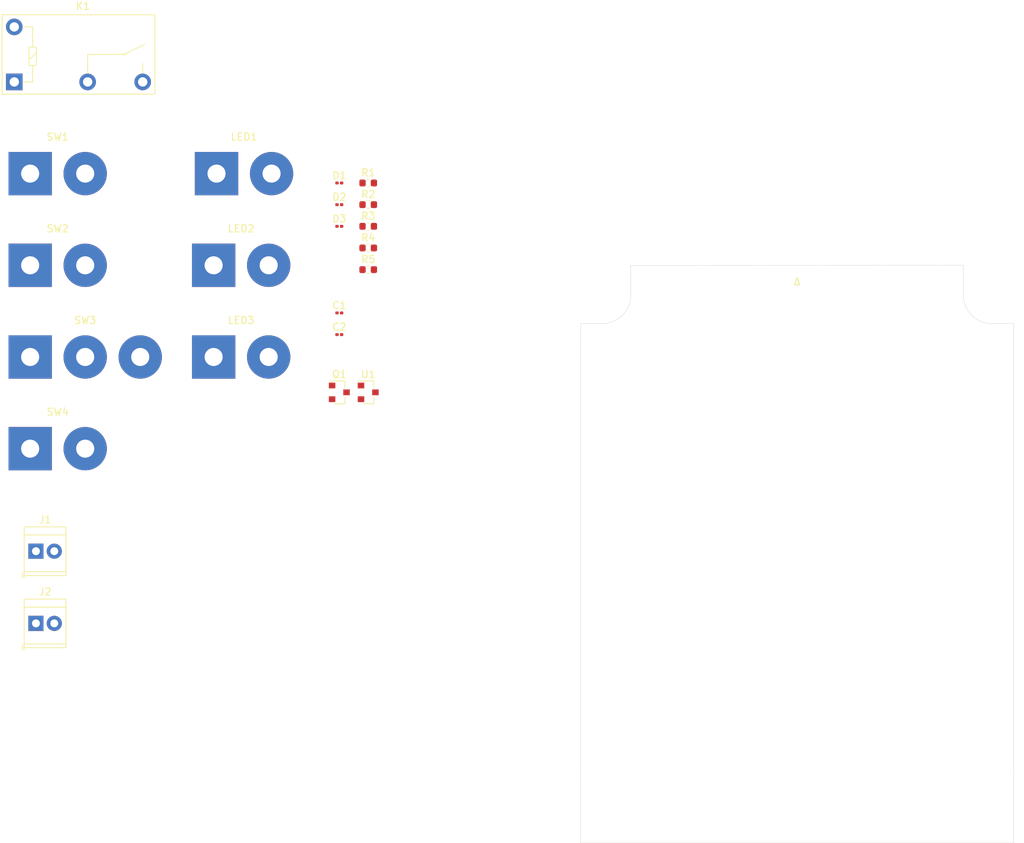
<source format=kicad_pcb>
(kicad_pcb (version 20171130) (host pcbnew "(5.1.4-0)")

  (general
    (thickness 1.6)
    (drawings 12)
    (tracks 0)
    (zones 0)
    (modules 26)
    (nets 16)
  )

  (page USLetter)
  (layers
    (0 F.Cu signal)
    (31 B.Cu signal)
    (32 B.Adhes user hide)
    (33 F.Adhes user hide)
    (34 B.Paste user hide)
    (35 F.Paste user hide)
    (36 B.SilkS user)
    (37 F.SilkS user)
    (38 B.Mask user)
    (39 F.Mask user)
    (40 Dwgs.User user hide)
    (41 Cmts.User user hide)
    (42 Eco1.User user hide)
    (43 Eco2.User user hide)
    (44 Edge.Cuts user)
    (45 Margin user hide)
    (46 B.CrtYd user hide)
    (47 F.CrtYd user hide)
    (48 B.Fab user hide)
    (49 F.Fab user hide)
  )

  (setup
    (last_trace_width 0.25)
    (trace_clearance 0.2)
    (zone_clearance 0.508)
    (zone_45_only no)
    (trace_min 0.2)
    (via_size 0.8)
    (via_drill 0.4)
    (via_min_size 0.4)
    (via_min_drill 0.3)
    (uvia_size 0.3)
    (uvia_drill 0.1)
    (uvias_allowed no)
    (uvia_min_size 0.2)
    (uvia_min_drill 0.1)
    (edge_width 0.05)
    (segment_width 0.2)
    (pcb_text_width 0.3)
    (pcb_text_size 1.5 1.5)
    (mod_edge_width 0.12)
    (mod_text_size 1 1)
    (mod_text_width 0.15)
    (pad_size 1.524 1.524)
    (pad_drill 0.762)
    (pad_to_mask_clearance 0.051)
    (solder_mask_min_width 0.25)
    (aux_axis_origin 0 0)
    (grid_origin 25.4 25.4)
    (visible_elements FFFFF77F)
    (pcbplotparams
      (layerselection 0x010fc_ffffffff)
      (usegerberextensions false)
      (usegerberattributes false)
      (usegerberadvancedattributes false)
      (creategerberjobfile false)
      (excludeedgelayer true)
      (linewidth 0.100000)
      (plotframeref false)
      (viasonmask false)
      (mode 1)
      (useauxorigin false)
      (hpglpennumber 1)
      (hpglpenspeed 20)
      (hpglpendiameter 15.000000)
      (psnegative false)
      (psa4output false)
      (plotreference true)
      (plotvalue true)
      (plotinvisibletext false)
      (padsonsilk false)
      (subtractmaskfromsilk false)
      (outputformat 1)
      (mirror false)
      (drillshape 1)
      (scaleselection 1)
      (outputdirectory ""))
  )

  (net 0 "")
  (net 1 "Net-(C1-Pad1)")
  (net 2 GND)
  (net 3 +5V)
  (net 4 VCC)
  (net 5 ARM)
  (net 6 TEST)
  (net 7 "Net-(Q1-Pad2)")
  (net 8 "Net-(D1-Pad1)")
  (net 9 "Net-(D3-Pad1)")
  (net 10 "Net-(LED1-Pad2)")
  (net 11 "Net-(LED2-Pad2)")
  (net 12 "Net-(LED3-Pad2)")
  (net 13 IGNITER)
  (net 14 "Net-(LED1-Pad1)")
  (net 15 "Net-(R4-Pad2)")

  (net_class Default "This is the default net class."
    (clearance 0.2)
    (trace_width 0.25)
    (via_dia 0.8)
    (via_drill 0.4)
    (uvia_dia 0.3)
    (uvia_drill 0.1)
    (add_net +5V)
    (add_net ARM)
    (add_net GND)
    (add_net IGNITER)
    (add_net "Net-(C1-Pad1)")
    (add_net "Net-(D1-Pad1)")
    (add_net "Net-(D3-Pad1)")
    (add_net "Net-(LED1-Pad1)")
    (add_net "Net-(LED1-Pad2)")
    (add_net "Net-(LED2-Pad2)")
    (add_net "Net-(LED3-Pad2)")
    (add_net "Net-(Q1-Pad2)")
    (add_net "Net-(R4-Pad2)")
    (add_net TEST)
    (add_net VCC)
  )

  (module MountingHole:MountingHole_3.2mm_M3 (layer F.Cu) (tedit 56D1B4CB) (tstamp 622D209C)
    (at 83.312 96.139)
    (descr "Mounting Hole 3.2mm, no annular, M3")
    (tags "mounting hole 3.2mm no annular m3")
    (attr virtual)
    (fp_text reference REF** (at 0 -4.2) (layer F.SilkS) hide
      (effects (font (size 1 1) (thickness 0.15)))
    )
    (fp_text value MountingHole_3.2mm_M3 (at 0 4.2) (layer F.Fab)
      (effects (font (size 1 1) (thickness 0.15)))
    )
    (fp_circle (center 0 0) (end 3.45 0) (layer F.CrtYd) (width 0.05))
    (fp_circle (center 0 0) (end 3.2 0) (layer Cmts.User) (width 0.15))
    (fp_text user %R (at 0.3 0) (layer F.Fab)
      (effects (font (size 1 1) (thickness 0.15)))
    )
    (pad 1 np_thru_hole circle (at 0 0) (size 3.2 3.2) (drill 3.2) (layers *.Cu *.Mask))
  )

  (module MountingHole:MountingHole_3.2mm_M3 (layer F.Cu) (tedit 56D1B4CB) (tstamp 622D2069)
    (at 27.5336 96.139)
    (descr "Mounting Hole 3.2mm, no annular, M3")
    (tags "mounting hole 3.2mm no annular m3")
    (attr virtual)
    (fp_text reference REF** (at 0 -4.2) (layer F.SilkS) hide
      (effects (font (size 1 1) (thickness 0.15)))
    )
    (fp_text value MountingHole_3.2mm_M3 (at 0 4.2) (layer F.Fab)
      (effects (font (size 1 1) (thickness 0.15)))
    )
    (fp_text user %R (at 0.3 0) (layer F.Fab)
      (effects (font (size 1 1) (thickness 0.15)))
    )
    (fp_circle (center 0 0) (end 3.2 0) (layer Cmts.User) (width 0.15))
    (fp_circle (center 0 0) (end 3.45 0) (layer F.CrtYd) (width 0.05))
    (pad 1 np_thru_hole circle (at 0 0) (size 3.2 3.2) (drill 3.2) (layers *.Cu *.Mask))
  )

  (module MountingHole:MountingHole_3.2mm_M3 (layer F.Cu) (tedit 56D1B4CB) (tstamp 622D2012)
    (at 83.312 37.465)
    (descr "Mounting Hole 3.2mm, no annular, M3")
    (tags "mounting hole 3.2mm no annular m3")
    (attr virtual)
    (fp_text reference REF** (at 0 -4.2) (layer F.SilkS) hide
      (effects (font (size 1 1) (thickness 0.15)))
    )
    (fp_text value MountingHole_3.2mm_M3 (at 0 4.2) (layer F.Fab)
      (effects (font (size 1 1) (thickness 0.15)))
    )
    (fp_text user %R (at 0.3 0) (layer F.Fab)
      (effects (font (size 1 1) (thickness 0.15)))
    )
    (fp_circle (center 0 0) (end 3.2 0) (layer Cmts.User) (width 0.15))
    (fp_circle (center 0 0) (end 3.45 0) (layer F.CrtYd) (width 0.05))
    (pad 1 np_thru_hole circle (at 0 0) (size 3.2 3.2) (drill 3.2) (layers *.Cu *.Mask))
  )

  (module MountingHole:MountingHole_3.2mm_M3 (layer F.Cu) (tedit 56D1B4CB) (tstamp 622D1FF8)
    (at 27.432 37.465)
    (descr "Mounting Hole 3.2mm, no annular, M3")
    (tags "mounting hole 3.2mm no annular m3")
    (attr virtual)
    (fp_text reference REF** (at 0 -4.2) (layer F.SilkS) hide
      (effects (font (size 1 1) (thickness 0.15)))
    )
    (fp_text value MountingHole_3.2mm_M3 (at 0 4.2) (layer F.Fab)
      (effects (font (size 1 1) (thickness 0.15)))
    )
    (fp_circle (center 0 0) (end 3.45 0) (layer F.CrtYd) (width 0.05))
    (fp_circle (center 0 0) (end 3.2 0) (layer Cmts.User) (width 0.15))
    (fp_text user %R (at 0.3 0) (layer F.Fab)
      (effects (font (size 1 1) (thickness 0.15)))
    )
    (pad 1 np_thru_hole circle (at 0 0) (size 3.2 3.2) (drill 3.2) (layers *.Cu *.Mask))
  )

  (module Connector_Wire:SolderWirePad_1x02_P7.62mm_Drill2.5mm (layer F.Cu) (tedit 5AEE5F2F) (tstamp 622B54E2)
    (at -50.8 50.8)
    (descr "Wire solder connection")
    (tags connector)
    (path /62375845)
    (attr virtual)
    (fp_text reference SW4 (at 3.81 -5.08) (layer F.SilkS)
      (effects (font (size 1 1) (thickness 0.15)))
    )
    (fp_text value SW_SPST (at 3.81 4.445) (layer F.Fab)
      (effects (font (size 1 1) (thickness 0.15)))
    )
    (fp_line (start 11.12 3.5) (end -3.5 3.5) (layer F.CrtYd) (width 0.05))
    (fp_line (start 11.12 3.5) (end 11.12 -3.5) (layer F.CrtYd) (width 0.05))
    (fp_line (start -3.5 -3.5) (end -3.5 3.5) (layer F.CrtYd) (width 0.05))
    (fp_line (start -3.5 -3.5) (end 11.12 -3.5) (layer F.CrtYd) (width 0.05))
    (fp_text user %R (at 3.81 0) (layer F.Fab)
      (effects (font (size 1 1) (thickness 0.15)))
    )
    (pad 2 thru_hole circle (at 7.62 0) (size 5.99948 5.99948) (drill 2.49936) (layers *.Cu *.Mask)
      (net 9 "Net-(D3-Pad1)"))
    (pad 1 thru_hole rect (at 0 0) (size 5.99948 5.99948) (drill 2.49936) (layers *.Cu *.Mask)
      (net 5 ARM))
  )

  (module Capacitor_SMD:C_0201_0603Metric (layer F.Cu) (tedit 5B301BBE) (tstamp 622B5723)
    (at -8 20)
    (descr "Capacitor SMD 0201 (0603 Metric), square (rectangular) end terminal, IPC_7351 nominal, (Body size source: https://www.vishay.com/docs/20052/crcw0201e3.pdf), generated with kicad-footprint-generator")
    (tags capacitor)
    (path /6235F1D7)
    (attr smd)
    (fp_text reference D3 (at 0 -1.05) (layer F.SilkS)
      (effects (font (size 1 1) (thickness 0.15)))
    )
    (fp_text value 1N4007 (at 0 1.05) (layer F.Fab)
      (effects (font (size 1 1) (thickness 0.15)))
    )
    (fp_text user %R (at 0 -0.68) (layer F.Fab)
      (effects (font (size 0.25 0.25) (thickness 0.04)))
    )
    (fp_line (start 0.7 0.35) (end -0.7 0.35) (layer F.CrtYd) (width 0.05))
    (fp_line (start 0.7 -0.35) (end 0.7 0.35) (layer F.CrtYd) (width 0.05))
    (fp_line (start -0.7 -0.35) (end 0.7 -0.35) (layer F.CrtYd) (width 0.05))
    (fp_line (start -0.7 0.35) (end -0.7 -0.35) (layer F.CrtYd) (width 0.05))
    (fp_line (start 0.3 0.15) (end -0.3 0.15) (layer F.Fab) (width 0.1))
    (fp_line (start 0.3 -0.15) (end 0.3 0.15) (layer F.Fab) (width 0.1))
    (fp_line (start -0.3 -0.15) (end 0.3 -0.15) (layer F.Fab) (width 0.1))
    (fp_line (start -0.3 0.15) (end -0.3 -0.15) (layer F.Fab) (width 0.1))
    (pad 2 smd roundrect (at 0.32 0) (size 0.46 0.4) (layers F.Cu F.Mask) (roundrect_rratio 0.25)
      (net 2 GND))
    (pad 1 smd roundrect (at -0.32 0) (size 0.46 0.4) (layers F.Cu F.Mask) (roundrect_rratio 0.25)
      (net 9 "Net-(D3-Pad1)"))
    (pad "" smd roundrect (at 0.345 0) (size 0.318 0.36) (layers F.Paste) (roundrect_rratio 0.25))
    (pad "" smd roundrect (at -0.345 0) (size 0.318 0.36) (layers F.Paste) (roundrect_rratio 0.25))
    (model ${KISYS3DMOD}/Capacitor_SMD.3dshapes/C_0201_0603Metric.wrl
      (at (xyz 0 0 0))
      (scale (xyz 1 1 1))
      (rotate (xyz 0 0 0))
    )
  )

  (module Capacitor_SMD:C_0201_0603Metric (layer F.Cu) (tedit 5B301BBE) (tstamp 622AC19A)
    (at -8 32)
    (descr "Capacitor SMD 0201 (0603 Metric), square (rectangular) end terminal, IPC_7351 nominal, (Body size source: https://www.vishay.com/docs/20052/crcw0201e3.pdf), generated with kicad-footprint-generator")
    (tags capacitor)
    (path /622AF1FD)
    (attr smd)
    (fp_text reference C1 (at 0 -1.05) (layer F.SilkS)
      (effects (font (size 1 1) (thickness 0.15)))
    )
    (fp_text value 0.33µF (at 0 1.05) (layer F.Fab)
      (effects (font (size 1 1) (thickness 0.15)))
    )
    (fp_text user %R (at 0 -0.68) (layer F.Fab)
      (effects (font (size 0.25 0.25) (thickness 0.04)))
    )
    (fp_line (start 0.7 0.35) (end -0.7 0.35) (layer F.CrtYd) (width 0.05))
    (fp_line (start 0.7 -0.35) (end 0.7 0.35) (layer F.CrtYd) (width 0.05))
    (fp_line (start -0.7 -0.35) (end 0.7 -0.35) (layer F.CrtYd) (width 0.05))
    (fp_line (start -0.7 0.35) (end -0.7 -0.35) (layer F.CrtYd) (width 0.05))
    (fp_line (start 0.3 0.15) (end -0.3 0.15) (layer F.Fab) (width 0.1))
    (fp_line (start 0.3 -0.15) (end 0.3 0.15) (layer F.Fab) (width 0.1))
    (fp_line (start -0.3 -0.15) (end 0.3 -0.15) (layer F.Fab) (width 0.1))
    (fp_line (start -0.3 0.15) (end -0.3 -0.15) (layer F.Fab) (width 0.1))
    (pad 2 smd roundrect (at 0.32 0) (size 0.46 0.4) (layers F.Cu F.Mask) (roundrect_rratio 0.25)
      (net 2 GND))
    (pad 1 smd roundrect (at -0.32 0) (size 0.46 0.4) (layers F.Cu F.Mask) (roundrect_rratio 0.25)
      (net 1 "Net-(C1-Pad1)"))
    (pad "" smd roundrect (at 0.345 0) (size 0.318 0.36) (layers F.Paste) (roundrect_rratio 0.25))
    (pad "" smd roundrect (at -0.345 0) (size 0.318 0.36) (layers F.Paste) (roundrect_rratio 0.25))
    (model ${KISYS3DMOD}/Capacitor_SMD.3dshapes/C_0201_0603Metric.wrl
      (at (xyz 0 0 0))
      (scale (xyz 1 1 1))
      (rotate (xyz 0 0 0))
    )
  )

  (module Capacitor_SMD:C_0201_0603Metric (layer F.Cu) (tedit 5B301BBE) (tstamp 622AC1AB)
    (at -8 35)
    (descr "Capacitor SMD 0201 (0603 Metric), square (rectangular) end terminal, IPC_7351 nominal, (Body size source: https://www.vishay.com/docs/20052/crcw0201e3.pdf), generated with kicad-footprint-generator")
    (tags capacitor)
    (path /622B0AFB)
    (attr smd)
    (fp_text reference C2 (at 0 -1.05) (layer F.SilkS)
      (effects (font (size 1 1) (thickness 0.15)))
    )
    (fp_text value 0.1µF (at 0 1.05) (layer F.Fab)
      (effects (font (size 1 1) (thickness 0.15)))
    )
    (fp_line (start -0.3 0.15) (end -0.3 -0.15) (layer F.Fab) (width 0.1))
    (fp_line (start -0.3 -0.15) (end 0.3 -0.15) (layer F.Fab) (width 0.1))
    (fp_line (start 0.3 -0.15) (end 0.3 0.15) (layer F.Fab) (width 0.1))
    (fp_line (start 0.3 0.15) (end -0.3 0.15) (layer F.Fab) (width 0.1))
    (fp_line (start -0.7 0.35) (end -0.7 -0.35) (layer F.CrtYd) (width 0.05))
    (fp_line (start -0.7 -0.35) (end 0.7 -0.35) (layer F.CrtYd) (width 0.05))
    (fp_line (start 0.7 -0.35) (end 0.7 0.35) (layer F.CrtYd) (width 0.05))
    (fp_line (start 0.7 0.35) (end -0.7 0.35) (layer F.CrtYd) (width 0.05))
    (fp_text user %R (at 0 -0.68) (layer F.Fab)
      (effects (font (size 0.25 0.25) (thickness 0.04)))
    )
    (pad "" smd roundrect (at -0.345 0) (size 0.318 0.36) (layers F.Paste) (roundrect_rratio 0.25))
    (pad "" smd roundrect (at 0.345 0) (size 0.318 0.36) (layers F.Paste) (roundrect_rratio 0.25))
    (pad 1 smd roundrect (at -0.32 0) (size 0.46 0.4) (layers F.Cu F.Mask) (roundrect_rratio 0.25)
      (net 3 +5V))
    (pad 2 smd roundrect (at 0.32 0) (size 0.46 0.4) (layers F.Cu F.Mask) (roundrect_rratio 0.25)
      (net 2 GND))
    (model ${KISYS3DMOD}/Capacitor_SMD.3dshapes/C_0201_0603Metric.wrl
      (at (xyz 0 0 0))
      (scale (xyz 1 1 1))
      (rotate (xyz 0 0 0))
    )
  )

  (module Capacitor_SMD:C_0201_0603Metric (layer F.Cu) (tedit 5B301BBE) (tstamp 622AC1C7)
    (at -8 17)
    (descr "Capacitor SMD 0201 (0603 Metric), square (rectangular) end terminal, IPC_7351 nominal, (Body size source: https://www.vishay.com/docs/20052/crcw0201e3.pdf), generated with kicad-footprint-generator")
    (tags capacitor)
    (path /622BF5F7)
    (attr smd)
    (fp_text reference D2 (at 0 -1.05) (layer F.SilkS)
      (effects (font (size 1 1) (thickness 0.15)))
    )
    (fp_text value 1N4007 (at 0 1.05) (layer F.Fab)
      (effects (font (size 1 1) (thickness 0.15)))
    )
    (fp_line (start -0.3 0.15) (end -0.3 -0.15) (layer F.Fab) (width 0.1))
    (fp_line (start -0.3 -0.15) (end 0.3 -0.15) (layer F.Fab) (width 0.1))
    (fp_line (start 0.3 -0.15) (end 0.3 0.15) (layer F.Fab) (width 0.1))
    (fp_line (start 0.3 0.15) (end -0.3 0.15) (layer F.Fab) (width 0.1))
    (fp_line (start -0.7 0.35) (end -0.7 -0.35) (layer F.CrtYd) (width 0.05))
    (fp_line (start -0.7 -0.35) (end 0.7 -0.35) (layer F.CrtYd) (width 0.05))
    (fp_line (start 0.7 -0.35) (end 0.7 0.35) (layer F.CrtYd) (width 0.05))
    (fp_line (start 0.7 0.35) (end -0.7 0.35) (layer F.CrtYd) (width 0.05))
    (fp_text user %R (at 0 -0.68) (layer F.Fab)
      (effects (font (size 0.25 0.25) (thickness 0.04)))
    )
    (pad "" smd roundrect (at -0.345 0) (size 0.318 0.36) (layers F.Paste) (roundrect_rratio 0.25))
    (pad "" smd roundrect (at 0.345 0) (size 0.318 0.36) (layers F.Paste) (roundrect_rratio 0.25))
    (pad 1 smd roundrect (at -0.32 0) (size 0.46 0.4) (layers F.Cu F.Mask) (roundrect_rratio 0.25)
      (net 6 TEST))
    (pad 2 smd roundrect (at 0.32 0) (size 0.46 0.4) (layers F.Cu F.Mask) (roundrect_rratio 0.25)
      (net 5 ARM))
    (model ${KISYS3DMOD}/Capacitor_SMD.3dshapes/C_0201_0603Metric.wrl
      (at (xyz 0 0 0))
      (scale (xyz 1 1 1))
      (rotate (xyz 0 0 0))
    )
  )

  (module TerminalBlock_TE-Connectivity:TerminalBlock_TE_282834-2_1x02_P2.54mm_Horizontal (layer F.Cu) (tedit 5B1EC513) (tstamp 622AC223)
    (at -50 75)
    (descr "Terminal Block TE 282834-2, 2 pins, pitch 2.54mm, size 5.54x6.5mm^2, drill diamater 1.1mm, pad diameter 2.1mm, see http://www.te.com/commerce/DocumentDelivery/DDEController?Action=showdoc&DocId=Customer+Drawing%7F282834%7FC1%7Fpdf%7FEnglish%7FENG_CD_282834_C1.pdf, script-generated using https://github.com/pointhi/kicad-footprint-generator/scripts/TerminalBlock_TE-Connectivity")
    (tags "THT Terminal Block TE 282834-2 pitch 2.54mm size 5.54x6.5mm^2 drill 1.1mm pad 2.1mm")
    (path /622AAC2C)
    (fp_text reference J2 (at 1.27 -4.37) (layer F.SilkS)
      (effects (font (size 1 1) (thickness 0.15)))
    )
    (fp_text value Screw_Terminal_01x02 (at 1.27 4.37) (layer F.Fab)
      (effects (font (size 1 1) (thickness 0.15)))
    )
    (fp_circle (center 0 0) (end 1.1 0) (layer F.Fab) (width 0.1))
    (fp_circle (center 2.54 0) (end 3.64 0) (layer F.Fab) (width 0.1))
    (fp_line (start -1.5 -3.25) (end 4.04 -3.25) (layer F.Fab) (width 0.1))
    (fp_line (start 4.04 -3.25) (end 4.04 3.25) (layer F.Fab) (width 0.1))
    (fp_line (start 4.04 3.25) (end -1.1 3.25) (layer F.Fab) (width 0.1))
    (fp_line (start -1.1 3.25) (end -1.5 2.85) (layer F.Fab) (width 0.1))
    (fp_line (start -1.5 2.85) (end -1.5 -3.25) (layer F.Fab) (width 0.1))
    (fp_line (start -1.5 2.85) (end 4.04 2.85) (layer F.Fab) (width 0.1))
    (fp_line (start -1.62 2.85) (end 4.16 2.85) (layer F.SilkS) (width 0.12))
    (fp_line (start -1.5 -2.25) (end 4.04 -2.25) (layer F.Fab) (width 0.1))
    (fp_line (start -1.62 -2.25) (end 4.16 -2.25) (layer F.SilkS) (width 0.12))
    (fp_line (start -1.62 -3.37) (end 4.16 -3.37) (layer F.SilkS) (width 0.12))
    (fp_line (start -1.62 3.37) (end 4.16 3.37) (layer F.SilkS) (width 0.12))
    (fp_line (start -1.62 -3.37) (end -1.62 3.37) (layer F.SilkS) (width 0.12))
    (fp_line (start 4.16 -3.37) (end 4.16 3.37) (layer F.SilkS) (width 0.12))
    (fp_line (start 0.835 -0.7) (end -0.701 0.835) (layer F.Fab) (width 0.1))
    (fp_line (start 0.701 -0.835) (end -0.835 0.7) (layer F.Fab) (width 0.1))
    (fp_line (start 3.375 -0.7) (end 1.84 0.835) (layer F.Fab) (width 0.1))
    (fp_line (start 3.241 -0.835) (end 1.706 0.7) (layer F.Fab) (width 0.1))
    (fp_line (start -1.86 2.97) (end -1.86 3.61) (layer F.SilkS) (width 0.12))
    (fp_line (start -1.86 3.61) (end -1.46 3.61) (layer F.SilkS) (width 0.12))
    (fp_line (start -2 -3.75) (end -2 3.75) (layer F.CrtYd) (width 0.05))
    (fp_line (start -2 3.75) (end 4.54 3.75) (layer F.CrtYd) (width 0.05))
    (fp_line (start 4.54 3.75) (end 4.54 -3.75) (layer F.CrtYd) (width 0.05))
    (fp_line (start 4.54 -3.75) (end -2 -3.75) (layer F.CrtYd) (width 0.05))
    (fp_text user %R (at 1.27 2) (layer F.Fab)
      (effects (font (size 1 1) (thickness 0.15)))
    )
    (pad 1 thru_hole rect (at 0 0) (size 2.1 2.1) (drill 1.1) (layers *.Cu *.Mask)
      (net 2 GND))
    (pad 2 thru_hole circle (at 2.54 0) (size 2.1 2.1) (drill 1.1) (layers *.Cu *.Mask)
      (net 4 VCC))
    (model ${KISYS3DMOD}/TerminalBlock_TE-Connectivity.3dshapes/TerminalBlock_TE_282834-2_1x02_P2.54mm_Horizontal.wrl
      (at (xyz 0 0 0))
      (scale (xyz 1 1 1))
      (rotate (xyz 0 0 0))
    )
  )

  (module TerminalBlock_TE-Connectivity:TerminalBlock_TE_282834-2_1x02_P2.54mm_Horizontal (layer F.Cu) (tedit 5B1EC513) (tstamp 622AC243)
    (at -50 65)
    (descr "Terminal Block TE 282834-2, 2 pins, pitch 2.54mm, size 5.54x6.5mm^2, drill diamater 1.1mm, pad diameter 2.1mm, see http://www.te.com/commerce/DocumentDelivery/DDEController?Action=showdoc&DocId=Customer+Drawing%7F282834%7FC1%7Fpdf%7FEnglish%7FENG_CD_282834_C1.pdf, script-generated using https://github.com/pointhi/kicad-footprint-generator/scripts/TerminalBlock_TE-Connectivity")
    (tags "THT Terminal Block TE 282834-2 pitch 2.54mm size 5.54x6.5mm^2 drill 1.1mm pad 2.1mm")
    (path /623304B2)
    (fp_text reference J1 (at 1.27 -4.37) (layer F.SilkS)
      (effects (font (size 1 1) (thickness 0.15)))
    )
    (fp_text value Screw_Terminal_01x02 (at 1.27 4.37) (layer F.Fab)
      (effects (font (size 1 1) (thickness 0.15)))
    )
    (fp_text user %R (at 1.27 2) (layer F.Fab)
      (effects (font (size 1 1) (thickness 0.15)))
    )
    (fp_line (start 4.54 -3.75) (end -2 -3.75) (layer F.CrtYd) (width 0.05))
    (fp_line (start 4.54 3.75) (end 4.54 -3.75) (layer F.CrtYd) (width 0.05))
    (fp_line (start -2 3.75) (end 4.54 3.75) (layer F.CrtYd) (width 0.05))
    (fp_line (start -2 -3.75) (end -2 3.75) (layer F.CrtYd) (width 0.05))
    (fp_line (start -1.86 3.61) (end -1.46 3.61) (layer F.SilkS) (width 0.12))
    (fp_line (start -1.86 2.97) (end -1.86 3.61) (layer F.SilkS) (width 0.12))
    (fp_line (start 3.241 -0.835) (end 1.706 0.7) (layer F.Fab) (width 0.1))
    (fp_line (start 3.375 -0.7) (end 1.84 0.835) (layer F.Fab) (width 0.1))
    (fp_line (start 0.701 -0.835) (end -0.835 0.7) (layer F.Fab) (width 0.1))
    (fp_line (start 0.835 -0.7) (end -0.701 0.835) (layer F.Fab) (width 0.1))
    (fp_line (start 4.16 -3.37) (end 4.16 3.37) (layer F.SilkS) (width 0.12))
    (fp_line (start -1.62 -3.37) (end -1.62 3.37) (layer F.SilkS) (width 0.12))
    (fp_line (start -1.62 3.37) (end 4.16 3.37) (layer F.SilkS) (width 0.12))
    (fp_line (start -1.62 -3.37) (end 4.16 -3.37) (layer F.SilkS) (width 0.12))
    (fp_line (start -1.62 -2.25) (end 4.16 -2.25) (layer F.SilkS) (width 0.12))
    (fp_line (start -1.5 -2.25) (end 4.04 -2.25) (layer F.Fab) (width 0.1))
    (fp_line (start -1.62 2.85) (end 4.16 2.85) (layer F.SilkS) (width 0.12))
    (fp_line (start -1.5 2.85) (end 4.04 2.85) (layer F.Fab) (width 0.1))
    (fp_line (start -1.5 2.85) (end -1.5 -3.25) (layer F.Fab) (width 0.1))
    (fp_line (start -1.1 3.25) (end -1.5 2.85) (layer F.Fab) (width 0.1))
    (fp_line (start 4.04 3.25) (end -1.1 3.25) (layer F.Fab) (width 0.1))
    (fp_line (start 4.04 -3.25) (end 4.04 3.25) (layer F.Fab) (width 0.1))
    (fp_line (start -1.5 -3.25) (end 4.04 -3.25) (layer F.Fab) (width 0.1))
    (fp_circle (center 2.54 0) (end 3.64 0) (layer F.Fab) (width 0.1))
    (fp_circle (center 0 0) (end 1.1 0) (layer F.Fab) (width 0.1))
    (pad 2 thru_hole circle (at 2.54 0) (size 2.1 2.1) (drill 1.1) (layers *.Cu *.Mask)
      (net 13 IGNITER))
    (pad 1 thru_hole rect (at 0 0) (size 2.1 2.1) (drill 1.1) (layers *.Cu *.Mask)
      (net 4 VCC))
    (model ${KISYS3DMOD}/TerminalBlock_TE-Connectivity.3dshapes/TerminalBlock_TE_282834-2_1x02_P2.54mm_Horizontal.wrl
      (at (xyz 0 0 0))
      (scale (xyz 1 1 1))
      (rotate (xyz 0 0 0))
    )
  )

  (module Relay_THT:Relay_SPST_Omron-G5Q-1A (layer F.Cu) (tedit 5AE38B4B) (tstamp 622AC269)
    (at -53 0)
    (descr "Relay SPST-NO Omron Serie G5Q, http://omronfs.omron.com/en_US/ecb/products/pdf/en-g5q.pdf")
    (tags "Relay SPST-NO Omron Serie G5Q")
    (path /62318E7C)
    (fp_text reference K1 (at 9.5 -10.5 180) (layer F.SilkS)
      (effects (font (size 1 1) (thickness 0.15)))
    )
    (fp_text value G5Q-1A (at 8.8 3 180) (layer F.Fab)
      (effects (font (size 1 1) (thickness 0.15)))
    )
    (fp_text user %R (at 9.6 -4.5) (layer F.Fab)
      (effects (font (size 1 1) (thickness 0.15)))
    )
    (fp_line (start 0 -1) (end 0 -6.5) (layer F.Fab) (width 0.1))
    (fp_line (start 18.96 -8.81) (end 18.96 1.19) (layer F.Fab) (width 0.1))
    (fp_line (start 18.96 1.19) (end -1.18 1.19) (layer F.Fab) (width 0.1))
    (fp_line (start -1.18 1.19) (end -1.18 -8.81) (layer F.Fab) (width 0.1))
    (fp_line (start -1.18 -8.81) (end 18.96 -8.81) (layer F.Fab) (width 0.1))
    (fp_line (start -1.95 -9.55) (end 19.7 -9.55) (layer F.CrtYd) (width 0.05))
    (fp_line (start 19.7 -9.55) (end 19.7 1.95) (layer F.CrtYd) (width 0.05))
    (fp_line (start 19.7 1.95) (end -1.95 1.95) (layer F.CrtYd) (width 0.05))
    (fp_line (start -1.95 1.95) (end -1.95 -9.55) (layer F.CrtYd) (width 0.05))
    (fp_line (start 15.24 -3.81) (end 18.03 -5.21) (layer F.SilkS) (width 0.12))
    (fp_line (start 17.78 -1.27) (end 17.78 -2.54) (layer F.SilkS) (width 0.12))
    (fp_line (start 10.16 -1.27) (end 10.16 -3.81) (layer F.SilkS) (width 0.12))
    (fp_line (start 10.16 -3.81) (end 15.24 -3.81) (layer F.SilkS) (width 0.12))
    (fp_line (start 2.03 -3.05) (end 3.05 -4.06) (layer F.SilkS) (width 0.12))
    (fp_line (start 2.54 -7.62) (end 1.27 -7.62) (layer F.SilkS) (width 0.12))
    (fp_line (start 2.54 -4.83) (end 2.54 -7.62) (layer F.SilkS) (width 0.12))
    (fp_line (start 2.54 0) (end 2.54 -2.29) (layer F.SilkS) (width 0.12))
    (fp_line (start 1.27 0) (end 2.54 0) (layer F.SilkS) (width 0.12))
    (fp_line (start 2.54 -2.29) (end 2.03 -2.29) (layer F.SilkS) (width 0.12))
    (fp_line (start 2.03 -2.29) (end 2.03 -4.83) (layer F.SilkS) (width 0.12))
    (fp_line (start 2.03 -4.83) (end 2.54 -4.83) (layer F.SilkS) (width 0.12))
    (fp_line (start 2.54 -4.83) (end 3.05 -4.83) (layer F.SilkS) (width 0.12))
    (fp_line (start 3.05 -4.83) (end 3.05 -2.29) (layer F.SilkS) (width 0.12))
    (fp_line (start 3.05 -2.29) (end 2.54 -2.29) (layer F.SilkS) (width 0.12))
    (fp_line (start -1.68 1.69) (end 19.46 1.69) (layer F.SilkS) (width 0.12))
    (fp_line (start 19.46 1.69) (end 19.46 -9.31) (layer F.SilkS) (width 0.12))
    (fp_line (start -1.68 1.69) (end -1.68 -9.31) (layer F.SilkS) (width 0.12))
    (fp_line (start -1.68 -9.31) (end 19.46 -9.31) (layer F.SilkS) (width 0.12))
    (fp_circle (center 15.24 -3.81) (end 15.24 -3.68) (layer F.SilkS) (width 0.12))
    (pad 1 thru_hole rect (at 0 0 180) (size 2.3 2.3) (drill 1.3) (layers *.Cu *.Mask)
      (net 2 GND))
    (pad 2 thru_hole circle (at 10.16 0 180) (size 2.3 2.3) (drill 1.3) (layers *.Cu *.Mask)
      (net 2 GND))
    (pad 3 thru_hole circle (at 17.78 0 180) (size 2.3 2.3) (drill 1.3) (layers *.Cu *.Mask)
      (net 13 IGNITER))
    (pad 5 thru_hole circle (at 0 -7.62 180) (size 2.3 2.3) (drill 1.3) (layers *.Cu *.Mask)
      (net 9 "Net-(D3-Pad1)"))
    (model ${KISYS3DMOD}/Relay_THT.3dshapes/Relay_SPST_Omron-G5Q-1A.wrl
      (at (xyz 0 0 0))
      (scale (xyz 1 1 1))
      (rotate (xyz 0 0 0))
    )
  )

  (module Package_TO_SOT_SMD:SOT-23 (layer F.Cu) (tedit 5A02FF57) (tstamp 622AC27E)
    (at -8 43)
    (descr "SOT-23, Standard")
    (tags SOT-23)
    (path /622D800F)
    (attr smd)
    (fp_text reference Q1 (at 0 -2.5) (layer F.SilkS)
      (effects (font (size 1 1) (thickness 0.15)))
    )
    (fp_text value BS170 (at 0 2.5) (layer F.Fab)
      (effects (font (size 1 1) (thickness 0.15)))
    )
    (fp_line (start 0.76 1.58) (end -0.7 1.58) (layer F.SilkS) (width 0.12))
    (fp_line (start 0.76 -1.58) (end -1.4 -1.58) (layer F.SilkS) (width 0.12))
    (fp_line (start -1.7 1.75) (end -1.7 -1.75) (layer F.CrtYd) (width 0.05))
    (fp_line (start 1.7 1.75) (end -1.7 1.75) (layer F.CrtYd) (width 0.05))
    (fp_line (start 1.7 -1.75) (end 1.7 1.75) (layer F.CrtYd) (width 0.05))
    (fp_line (start -1.7 -1.75) (end 1.7 -1.75) (layer F.CrtYd) (width 0.05))
    (fp_line (start 0.76 -1.58) (end 0.76 -0.65) (layer F.SilkS) (width 0.12))
    (fp_line (start 0.76 1.58) (end 0.76 0.65) (layer F.SilkS) (width 0.12))
    (fp_line (start -0.7 1.52) (end 0.7 1.52) (layer F.Fab) (width 0.1))
    (fp_line (start 0.7 -1.52) (end 0.7 1.52) (layer F.Fab) (width 0.1))
    (fp_line (start -0.7 -0.95) (end -0.15 -1.52) (layer F.Fab) (width 0.1))
    (fp_line (start -0.15 -1.52) (end 0.7 -1.52) (layer F.Fab) (width 0.1))
    (fp_line (start -0.7 -0.95) (end -0.7 1.5) (layer F.Fab) (width 0.1))
    (fp_text user %R (at 0 0 90) (layer F.Fab)
      (effects (font (size 0.5 0.5) (thickness 0.075)))
    )
    (pad 3 smd rect (at 1 0) (size 0.9 0.8) (layers F.Cu F.Paste F.Mask)
      (net 2 GND))
    (pad 2 smd rect (at -1 0.95) (size 0.9 0.8) (layers F.Cu F.Paste F.Mask)
      (net 7 "Net-(Q1-Pad2)"))
    (pad 1 smd rect (at -1 -0.95) (size 0.9 0.8) (layers F.Cu F.Paste F.Mask)
      (net 14 "Net-(LED1-Pad1)"))
    (model ${KISYS3DMOD}/Package_TO_SOT_SMD.3dshapes/SOT-23.wrl
      (at (xyz 0 0 0))
      (scale (xyz 1 1 1))
      (rotate (xyz 0 0 0))
    )
  )

  (module Resistor_SMD:R_0603_1608Metric (layer F.Cu) (tedit 5B301BBD) (tstamp 622AC28F)
    (at -4 17)
    (descr "Resistor SMD 0603 (1608 Metric), square (rectangular) end terminal, IPC_7351 nominal, (Body size source: http://www.tortai-tech.com/upload/download/2011102023233369053.pdf), generated with kicad-footprint-generator")
    (tags resistor)
    (path /622B44DC)
    (attr smd)
    (fp_text reference R2 (at 0 -1.43) (layer F.SilkS)
      (effects (font (size 1 1) (thickness 0.15)))
    )
    (fp_text value 220Ω (at 0 1.43) (layer F.Fab)
      (effects (font (size 1 1) (thickness 0.15)))
    )
    (fp_line (start -0.8 0.4) (end -0.8 -0.4) (layer F.Fab) (width 0.1))
    (fp_line (start -0.8 -0.4) (end 0.8 -0.4) (layer F.Fab) (width 0.1))
    (fp_line (start 0.8 -0.4) (end 0.8 0.4) (layer F.Fab) (width 0.1))
    (fp_line (start 0.8 0.4) (end -0.8 0.4) (layer F.Fab) (width 0.1))
    (fp_line (start -0.162779 -0.51) (end 0.162779 -0.51) (layer F.SilkS) (width 0.12))
    (fp_line (start -0.162779 0.51) (end 0.162779 0.51) (layer F.SilkS) (width 0.12))
    (fp_line (start -1.48 0.73) (end -1.48 -0.73) (layer F.CrtYd) (width 0.05))
    (fp_line (start -1.48 -0.73) (end 1.48 -0.73) (layer F.CrtYd) (width 0.05))
    (fp_line (start 1.48 -0.73) (end 1.48 0.73) (layer F.CrtYd) (width 0.05))
    (fp_line (start 1.48 0.73) (end -1.48 0.73) (layer F.CrtYd) (width 0.05))
    (fp_text user %R (at 0 0) (layer F.Fab)
      (effects (font (size 0.4 0.4) (thickness 0.06)))
    )
    (pad 1 smd roundrect (at -0.7875 0) (size 0.875 0.95) (layers F.Cu F.Paste F.Mask) (roundrect_rratio 0.25)
      (net 3 +5V))
    (pad 2 smd roundrect (at 0.7875 0) (size 0.875 0.95) (layers F.Cu F.Paste F.Mask) (roundrect_rratio 0.25)
      (net 11 "Net-(LED2-Pad2)"))
    (model ${KISYS3DMOD}/Resistor_SMD.3dshapes/R_0603_1608Metric.wrl
      (at (xyz 0 0 0))
      (scale (xyz 1 1 1))
      (rotate (xyz 0 0 0))
    )
  )

  (module Resistor_SMD:R_0603_1608Metric (layer F.Cu) (tedit 5B301BBD) (tstamp 622AC2A0)
    (at -4 14)
    (descr "Resistor SMD 0603 (1608 Metric), square (rectangular) end terminal, IPC_7351 nominal, (Body size source: http://www.tortai-tech.com/upload/download/2011102023233369053.pdf), generated with kicad-footprint-generator")
    (tags resistor)
    (path /622D6124)
    (attr smd)
    (fp_text reference R1 (at 0 -1.43) (layer F.SilkS)
      (effects (font (size 1 1) (thickness 0.15)))
    )
    (fp_text value 220Ω (at 0 1.43) (layer F.Fab)
      (effects (font (size 1 1) (thickness 0.15)))
    )
    (fp_text user %R (at 0 0) (layer F.Fab)
      (effects (font (size 0.4 0.4) (thickness 0.06)))
    )
    (fp_line (start 1.48 0.73) (end -1.48 0.73) (layer F.CrtYd) (width 0.05))
    (fp_line (start 1.48 -0.73) (end 1.48 0.73) (layer F.CrtYd) (width 0.05))
    (fp_line (start -1.48 -0.73) (end 1.48 -0.73) (layer F.CrtYd) (width 0.05))
    (fp_line (start -1.48 0.73) (end -1.48 -0.73) (layer F.CrtYd) (width 0.05))
    (fp_line (start -0.162779 0.51) (end 0.162779 0.51) (layer F.SilkS) (width 0.12))
    (fp_line (start -0.162779 -0.51) (end 0.162779 -0.51) (layer F.SilkS) (width 0.12))
    (fp_line (start 0.8 0.4) (end -0.8 0.4) (layer F.Fab) (width 0.1))
    (fp_line (start 0.8 -0.4) (end 0.8 0.4) (layer F.Fab) (width 0.1))
    (fp_line (start -0.8 -0.4) (end 0.8 -0.4) (layer F.Fab) (width 0.1))
    (fp_line (start -0.8 0.4) (end -0.8 -0.4) (layer F.Fab) (width 0.1))
    (pad 2 smd roundrect (at 0.7875 0) (size 0.875 0.95) (layers F.Cu F.Paste F.Mask) (roundrect_rratio 0.25)
      (net 6 TEST))
    (pad 1 smd roundrect (at -0.7875 0) (size 0.875 0.95) (layers F.Cu F.Paste F.Mask) (roundrect_rratio 0.25)
      (net 10 "Net-(LED1-Pad2)"))
    (model ${KISYS3DMOD}/Resistor_SMD.3dshapes/R_0603_1608Metric.wrl
      (at (xyz 0 0 0))
      (scale (xyz 1 1 1))
      (rotate (xyz 0 0 0))
    )
  )

  (module Resistor_SMD:R_0603_1608Metric (layer F.Cu) (tedit 5B301BBD) (tstamp 622AC2B1)
    (at -4 26)
    (descr "Resistor SMD 0603 (1608 Metric), square (rectangular) end terminal, IPC_7351 nominal, (Body size source: http://www.tortai-tech.com/upload/download/2011102023233369053.pdf), generated with kicad-footprint-generator")
    (tags resistor)
    (path /62316610)
    (attr smd)
    (fp_text reference R5 (at 0 -1.43) (layer F.SilkS)
      (effects (font (size 1 1) (thickness 0.15)))
    )
    (fp_text value 220Ω (at 0 1.43) (layer F.Fab)
      (effects (font (size 1 1) (thickness 0.15)))
    )
    (fp_line (start -0.8 0.4) (end -0.8 -0.4) (layer F.Fab) (width 0.1))
    (fp_line (start -0.8 -0.4) (end 0.8 -0.4) (layer F.Fab) (width 0.1))
    (fp_line (start 0.8 -0.4) (end 0.8 0.4) (layer F.Fab) (width 0.1))
    (fp_line (start 0.8 0.4) (end -0.8 0.4) (layer F.Fab) (width 0.1))
    (fp_line (start -0.162779 -0.51) (end 0.162779 -0.51) (layer F.SilkS) (width 0.12))
    (fp_line (start -0.162779 0.51) (end 0.162779 0.51) (layer F.SilkS) (width 0.12))
    (fp_line (start -1.48 0.73) (end -1.48 -0.73) (layer F.CrtYd) (width 0.05))
    (fp_line (start -1.48 -0.73) (end 1.48 -0.73) (layer F.CrtYd) (width 0.05))
    (fp_line (start 1.48 -0.73) (end 1.48 0.73) (layer F.CrtYd) (width 0.05))
    (fp_line (start 1.48 0.73) (end -1.48 0.73) (layer F.CrtYd) (width 0.05))
    (fp_text user %R (at 0 0) (layer F.Fab)
      (effects (font (size 0.4 0.4) (thickness 0.06)))
    )
    (pad 1 smd roundrect (at -0.7875 0) (size 0.875 0.95) (layers F.Cu F.Paste F.Mask) (roundrect_rratio 0.25)
      (net 5 ARM))
    (pad 2 smd roundrect (at 0.7875 0) (size 0.875 0.95) (layers F.Cu F.Paste F.Mask) (roundrect_rratio 0.25)
      (net 12 "Net-(LED3-Pad2)"))
    (model ${KISYS3DMOD}/Resistor_SMD.3dshapes/R_0603_1608Metric.wrl
      (at (xyz 0 0 0))
      (scale (xyz 1 1 1))
      (rotate (xyz 0 0 0))
    )
  )

  (module Resistor_SMD:R_0603_1608Metric (layer F.Cu) (tedit 5B301BBD) (tstamp 622AC2C2)
    (at -4 20)
    (descr "Resistor SMD 0603 (1608 Metric), square (rectangular) end terminal, IPC_7351 nominal, (Body size source: http://www.tortai-tech.com/upload/download/2011102023233369053.pdf), generated with kicad-footprint-generator")
    (tags resistor)
    (path /622DB6BE)
    (attr smd)
    (fp_text reference R3 (at 0 -1.43) (layer F.SilkS)
      (effects (font (size 1 1) (thickness 0.15)))
    )
    (fp_text value 10kΩ (at 0 1.43) (layer F.Fab)
      (effects (font (size 1 1) (thickness 0.15)))
    )
    (fp_text user %R (at 0 0) (layer F.Fab)
      (effects (font (size 0.4 0.4) (thickness 0.06)))
    )
    (fp_line (start 1.48 0.73) (end -1.48 0.73) (layer F.CrtYd) (width 0.05))
    (fp_line (start 1.48 -0.73) (end 1.48 0.73) (layer F.CrtYd) (width 0.05))
    (fp_line (start -1.48 -0.73) (end 1.48 -0.73) (layer F.CrtYd) (width 0.05))
    (fp_line (start -1.48 0.73) (end -1.48 -0.73) (layer F.CrtYd) (width 0.05))
    (fp_line (start -0.162779 0.51) (end 0.162779 0.51) (layer F.SilkS) (width 0.12))
    (fp_line (start -0.162779 -0.51) (end 0.162779 -0.51) (layer F.SilkS) (width 0.12))
    (fp_line (start 0.8 0.4) (end -0.8 0.4) (layer F.Fab) (width 0.1))
    (fp_line (start 0.8 -0.4) (end 0.8 0.4) (layer F.Fab) (width 0.1))
    (fp_line (start -0.8 -0.4) (end 0.8 -0.4) (layer F.Fab) (width 0.1))
    (fp_line (start -0.8 0.4) (end -0.8 -0.4) (layer F.Fab) (width 0.1))
    (pad 2 smd roundrect (at 0.7875 0) (size 0.875 0.95) (layers F.Cu F.Paste F.Mask) (roundrect_rratio 0.25)
      (net 7 "Net-(Q1-Pad2)"))
    (pad 1 smd roundrect (at -0.7875 0) (size 0.875 0.95) (layers F.Cu F.Paste F.Mask) (roundrect_rratio 0.25)
      (net 2 GND))
    (model ${KISYS3DMOD}/Resistor_SMD.3dshapes/R_0603_1608Metric.wrl
      (at (xyz 0 0 0))
      (scale (xyz 1 1 1))
      (rotate (xyz 0 0 0))
    )
  )

  (module Resistor_SMD:R_0603_1608Metric (layer F.Cu) (tedit 5B301BBD) (tstamp 622AC2D3)
    (at -4 23)
    (descr "Resistor SMD 0603 (1608 Metric), square (rectangular) end terminal, IPC_7351 nominal, (Body size source: http://www.tortai-tech.com/upload/download/2011102023233369053.pdf), generated with kicad-footprint-generator")
    (tags resistor)
    (path /622E12B1)
    (attr smd)
    (fp_text reference R4 (at 0 -1.43) (layer F.SilkS)
      (effects (font (size 1 1) (thickness 0.15)))
    )
    (fp_text value 10kΩ (at 0 1.43) (layer F.Fab)
      (effects (font (size 1 1) (thickness 0.15)))
    )
    (fp_line (start -0.8 0.4) (end -0.8 -0.4) (layer F.Fab) (width 0.1))
    (fp_line (start -0.8 -0.4) (end 0.8 -0.4) (layer F.Fab) (width 0.1))
    (fp_line (start 0.8 -0.4) (end 0.8 0.4) (layer F.Fab) (width 0.1))
    (fp_line (start 0.8 0.4) (end -0.8 0.4) (layer F.Fab) (width 0.1))
    (fp_line (start -0.162779 -0.51) (end 0.162779 -0.51) (layer F.SilkS) (width 0.12))
    (fp_line (start -0.162779 0.51) (end 0.162779 0.51) (layer F.SilkS) (width 0.12))
    (fp_line (start -1.48 0.73) (end -1.48 -0.73) (layer F.CrtYd) (width 0.05))
    (fp_line (start -1.48 -0.73) (end 1.48 -0.73) (layer F.CrtYd) (width 0.05))
    (fp_line (start 1.48 -0.73) (end 1.48 0.73) (layer F.CrtYd) (width 0.05))
    (fp_line (start 1.48 0.73) (end -1.48 0.73) (layer F.CrtYd) (width 0.05))
    (fp_text user %R (at 0 0) (layer F.Fab)
      (effects (font (size 0.4 0.4) (thickness 0.06)))
    )
    (pad 1 smd roundrect (at -0.7875 0) (size 0.875 0.95) (layers F.Cu F.Paste F.Mask) (roundrect_rratio 0.25)
      (net 7 "Net-(Q1-Pad2)"))
    (pad 2 smd roundrect (at 0.7875 0) (size 0.875 0.95) (layers F.Cu F.Paste F.Mask) (roundrect_rratio 0.25)
      (net 15 "Net-(R4-Pad2)"))
    (model ${KISYS3DMOD}/Resistor_SMD.3dshapes/R_0603_1608Metric.wrl
      (at (xyz 0 0 0))
      (scale (xyz 1 1 1))
      (rotate (xyz 0 0 0))
    )
  )

  (module Connector_Wire:SolderWirePad_1x03_P7.62mm_Drill2.5mm (layer F.Cu) (tedit 5AEE5F9C) (tstamp 622AC2DF)
    (at -50.8 38.1)
    (descr "Wire solder connection")
    (tags connector)
    (path /622B6C32)
    (attr virtual)
    (fp_text reference SW3 (at 7.62 -5.08) (layer F.SilkS)
      (effects (font (size 1 1) (thickness 0.15)))
    )
    (fp_text value SW_SPDT_MSM (at 7.62 4.445) (layer F.Fab)
      (effects (font (size 1 1) (thickness 0.15)))
    )
    (fp_text user %R (at 7.62 0) (layer F.Fab)
      (effects (font (size 1 1) (thickness 0.15)))
    )
    (fp_line (start -3.5 -3.5) (end 18.74 -3.5) (layer F.CrtYd) (width 0.05))
    (fp_line (start -3.5 -3.5) (end -3.5 3.5) (layer F.CrtYd) (width 0.05))
    (fp_line (start 18.74 3.5) (end 18.74 -3.5) (layer F.CrtYd) (width 0.05))
    (fp_line (start 18.74 3.5) (end -3.5 3.5) (layer F.CrtYd) (width 0.05))
    (pad 1 thru_hole rect (at 0 0) (size 5.99948 5.99948) (drill 2.49936) (layers *.Cu *.Mask)
      (net 6 TEST))
    (pad 2 thru_hole circle (at 7.62 0) (size 5.99948 5.99948) (drill 2.49936) (layers *.Cu *.Mask)
      (net 3 +5V))
    (pad 3 thru_hole circle (at 15.24 0) (size 5.99948 5.99948) (drill 2.49936) (layers *.Cu *.Mask)
      (net 5 ARM))
  )

  (module Connector_Wire:SolderWirePad_1x02_P7.62mm_Drill2.5mm (layer F.Cu) (tedit 5AEE5F2F) (tstamp 622AC2EA)
    (at -50.8 12.7)
    (descr "Wire solder connection")
    (tags connector)
    (path /622ADDF2)
    (attr virtual)
    (fp_text reference SW1 (at 3.81 -5.08) (layer F.SilkS)
      (effects (font (size 1 1) (thickness 0.15)))
    )
    (fp_text value SW_SPST (at 3.81 4.445) (layer F.Fab)
      (effects (font (size 1 1) (thickness 0.15)))
    )
    (fp_text user %R (at 3.81 0) (layer F.Fab)
      (effects (font (size 1 1) (thickness 0.15)))
    )
    (fp_line (start -3.5 -3.5) (end 11.12 -3.5) (layer F.CrtYd) (width 0.05))
    (fp_line (start -3.5 -3.5) (end -3.5 3.5) (layer F.CrtYd) (width 0.05))
    (fp_line (start 11.12 3.5) (end 11.12 -3.5) (layer F.CrtYd) (width 0.05))
    (fp_line (start 11.12 3.5) (end -3.5 3.5) (layer F.CrtYd) (width 0.05))
    (pad 1 thru_hole rect (at 0 0) (size 5.99948 5.99948) (drill 2.49936) (layers *.Cu *.Mask)
      (net 8 "Net-(D1-Pad1)"))
    (pad 2 thru_hole circle (at 7.62 0) (size 5.99948 5.99948) (drill 2.49936) (layers *.Cu *.Mask)
      (net 1 "Net-(C1-Pad1)"))
  )

  (module Connector_Wire:SolderWirePad_1x02_P7.62mm_Drill2.5mm (layer F.Cu) (tedit 5AEE5F2F) (tstamp 622AC300)
    (at -50.8 25.4)
    (descr "Wire solder connection")
    (tags connector)
    (path /622E7850)
    (attr virtual)
    (fp_text reference SW2 (at 3.81 -5.08) (layer F.SilkS)
      (effects (font (size 1 1) (thickness 0.15)))
    )
    (fp_text value SW_Push (at 3.81 4.445) (layer F.Fab)
      (effects (font (size 1 1) (thickness 0.15)))
    )
    (fp_line (start 11.12 3.5) (end -3.5 3.5) (layer F.CrtYd) (width 0.05))
    (fp_line (start 11.12 3.5) (end 11.12 -3.5) (layer F.CrtYd) (width 0.05))
    (fp_line (start -3.5 -3.5) (end -3.5 3.5) (layer F.CrtYd) (width 0.05))
    (fp_line (start -3.5 -3.5) (end 11.12 -3.5) (layer F.CrtYd) (width 0.05))
    (fp_text user %R (at 3.81 0) (layer F.Fab)
      (effects (font (size 1 1) (thickness 0.15)))
    )
    (pad 2 thru_hole circle (at 7.62 0) (size 5.99948 5.99948) (drill 2.49936) (layers *.Cu *.Mask)
      (net 13 IGNITER))
    (pad 1 thru_hole rect (at 0 0) (size 5.99948 5.99948) (drill 2.49936) (layers *.Cu *.Mask)
      (net 15 "Net-(R4-Pad2)"))
  )

  (module Package_TO_SOT_SMD:SOT-23 (layer F.Cu) (tedit 5A02FF57) (tstamp 622AC315)
    (at -4 43)
    (descr "SOT-23, Standard")
    (tags SOT-23)
    (path /622AFB0C)
    (attr smd)
    (fp_text reference U1 (at 0 -2.5) (layer F.SilkS)
      (effects (font (size 1 1) (thickness 0.15)))
    )
    (fp_text value L7805 (at 0 2.5) (layer F.Fab)
      (effects (font (size 1 1) (thickness 0.15)))
    )
    (fp_text user %R (at 0 0 90) (layer F.Fab)
      (effects (font (size 0.5 0.5) (thickness 0.075)))
    )
    (fp_line (start -0.7 -0.95) (end -0.7 1.5) (layer F.Fab) (width 0.1))
    (fp_line (start -0.15 -1.52) (end 0.7 -1.52) (layer F.Fab) (width 0.1))
    (fp_line (start -0.7 -0.95) (end -0.15 -1.52) (layer F.Fab) (width 0.1))
    (fp_line (start 0.7 -1.52) (end 0.7 1.52) (layer F.Fab) (width 0.1))
    (fp_line (start -0.7 1.52) (end 0.7 1.52) (layer F.Fab) (width 0.1))
    (fp_line (start 0.76 1.58) (end 0.76 0.65) (layer F.SilkS) (width 0.12))
    (fp_line (start 0.76 -1.58) (end 0.76 -0.65) (layer F.SilkS) (width 0.12))
    (fp_line (start -1.7 -1.75) (end 1.7 -1.75) (layer F.CrtYd) (width 0.05))
    (fp_line (start 1.7 -1.75) (end 1.7 1.75) (layer F.CrtYd) (width 0.05))
    (fp_line (start 1.7 1.75) (end -1.7 1.75) (layer F.CrtYd) (width 0.05))
    (fp_line (start -1.7 1.75) (end -1.7 -1.75) (layer F.CrtYd) (width 0.05))
    (fp_line (start 0.76 -1.58) (end -1.4 -1.58) (layer F.SilkS) (width 0.12))
    (fp_line (start 0.76 1.58) (end -0.7 1.58) (layer F.SilkS) (width 0.12))
    (pad 1 smd rect (at -1 -0.95) (size 0.9 0.8) (layers F.Cu F.Paste F.Mask)
      (net 1 "Net-(C1-Pad1)"))
    (pad 2 smd rect (at -1 0.95) (size 0.9 0.8) (layers F.Cu F.Paste F.Mask)
      (net 2 GND))
    (pad 3 smd rect (at 1 0) (size 0.9 0.8) (layers F.Cu F.Paste F.Mask)
      (net 3 +5V))
    (model ${KISYS3DMOD}/Package_TO_SOT_SMD.3dshapes/SOT-23.wrl
      (at (xyz 0 0 0))
      (scale (xyz 1 1 1))
      (rotate (xyz 0 0 0))
    )
  )

  (module Connector_Wire:SolderWirePad_1x02_P7.62mm_Drill2.5mm (layer F.Cu) (tedit 5AEE5F2F) (tstamp 622AC68F)
    (at -25.4 25.4)
    (descr "Wire solder connection")
    (tags connector)
    (path /622B4CDC)
    (attr virtual)
    (fp_text reference LED2 (at 3.81 -5.08) (layer F.SilkS)
      (effects (font (size 1 1) (thickness 0.15)))
    )
    (fp_text value Grn (at 3.81 4.445) (layer F.Fab)
      (effects (font (size 1 1) (thickness 0.15)))
    )
    (fp_text user %R (at 3.81 0) (layer F.Fab)
      (effects (font (size 1 1) (thickness 0.15)))
    )
    (fp_line (start -3.5 -3.5) (end 11.12 -3.5) (layer F.CrtYd) (width 0.05))
    (fp_line (start -3.5 -3.5) (end -3.5 3.5) (layer F.CrtYd) (width 0.05))
    (fp_line (start 11.12 3.5) (end 11.12 -3.5) (layer F.CrtYd) (width 0.05))
    (fp_line (start 11.12 3.5) (end -3.5 3.5) (layer F.CrtYd) (width 0.05))
    (pad 1 thru_hole rect (at 0 0) (size 5.99948 5.99948) (drill 2.49936) (layers *.Cu *.Mask)
      (net 2 GND))
    (pad 2 thru_hole circle (at 7.62 0) (size 5.99948 5.99948) (drill 2.49936) (layers *.Cu *.Mask)
      (net 11 "Net-(LED2-Pad2)"))
  )

  (module Connector_Wire:SolderWirePad_1x02_P7.62mm_Drill2.5mm (layer F.Cu) (tedit 5AEE5F2F) (tstamp 622AC69A)
    (at -25.4 38.1)
    (descr "Wire solder connection")
    (tags connector)
    (path /62317447)
    (attr virtual)
    (fp_text reference LED3 (at 3.81 -5.08) (layer F.SilkS)
      (effects (font (size 1 1) (thickness 0.15)))
    )
    (fp_text value Red (at 3.81 4.445) (layer F.Fab)
      (effects (font (size 1 1) (thickness 0.15)))
    )
    (fp_text user %R (at 3.81 0) (layer F.Fab)
      (effects (font (size 1 1) (thickness 0.15)))
    )
    (fp_line (start -3.5 -3.5) (end 11.12 -3.5) (layer F.CrtYd) (width 0.05))
    (fp_line (start -3.5 -3.5) (end -3.5 3.5) (layer F.CrtYd) (width 0.05))
    (fp_line (start 11.12 3.5) (end 11.12 -3.5) (layer F.CrtYd) (width 0.05))
    (fp_line (start 11.12 3.5) (end -3.5 3.5) (layer F.CrtYd) (width 0.05))
    (pad 1 thru_hole rect (at 0 0) (size 5.99948 5.99948) (drill 2.49936) (layers *.Cu *.Mask)
      (net 2 GND))
    (pad 2 thru_hole circle (at 7.62 0) (size 5.99948 5.99948) (drill 2.49936) (layers *.Cu *.Mask)
      (net 12 "Net-(LED3-Pad2)"))
  )

  (module Connector_Wire:SolderWirePad_1x02_P7.62mm_Drill2.5mm (layer F.Cu) (tedit 5AEE5F2F) (tstamp 622AC6A5)
    (at -25 12.7)
    (descr "Wire solder connection")
    (tags connector)
    (path /622D6ABD)
    (attr virtual)
    (fp_text reference LED1 (at 3.81 -5.08) (layer F.SilkS)
      (effects (font (size 1 1) (thickness 0.15)))
    )
    (fp_text value Ylw (at 3.81 4.445) (layer F.Fab)
      (effects (font (size 1 1) (thickness 0.15)))
    )
    (fp_line (start 11.12 3.5) (end -3.5 3.5) (layer F.CrtYd) (width 0.05))
    (fp_line (start 11.12 3.5) (end 11.12 -3.5) (layer F.CrtYd) (width 0.05))
    (fp_line (start -3.5 -3.5) (end -3.5 3.5) (layer F.CrtYd) (width 0.05))
    (fp_line (start -3.5 -3.5) (end 11.12 -3.5) (layer F.CrtYd) (width 0.05))
    (fp_text user %R (at 3.81 0) (layer F.Fab)
      (effects (font (size 1 1) (thickness 0.15)))
    )
    (pad 2 thru_hole circle (at 7.62 0) (size 5.99948 5.99948) (drill 2.49936) (layers *.Cu *.Mask)
      (net 10 "Net-(LED1-Pad2)"))
    (pad 1 thru_hole rect (at 0 0) (size 5.99948 5.99948) (drill 2.49936) (layers *.Cu *.Mask)
      (net 14 "Net-(LED1-Pad1)"))
  )

  (module Capacitor_SMD:C_0201_0603Metric (layer F.Cu) (tedit 5B301BBE) (tstamp 622B57FA)
    (at -8 14)
    (descr "Capacitor SMD 0201 (0603 Metric), square (rectangular) end terminal, IPC_7351 nominal, (Body size source: https://www.vishay.com/docs/20052/crcw0201e3.pdf), generated with kicad-footprint-generator")
    (tags capacitor)
    (path /622AC480)
    (attr smd)
    (fp_text reference D1 (at 0 -1.05) (layer F.SilkS)
      (effects (font (size 1 1) (thickness 0.15)))
    )
    (fp_text value D_Schottky (at 0 1.05) (layer F.Fab)
      (effects (font (size 1 1) (thickness 0.15)))
    )
    (fp_line (start -0.3 0.15) (end -0.3 -0.15) (layer F.Fab) (width 0.1))
    (fp_line (start -0.3 -0.15) (end 0.3 -0.15) (layer F.Fab) (width 0.1))
    (fp_line (start 0.3 -0.15) (end 0.3 0.15) (layer F.Fab) (width 0.1))
    (fp_line (start 0.3 0.15) (end -0.3 0.15) (layer F.Fab) (width 0.1))
    (fp_line (start -0.7 0.35) (end -0.7 -0.35) (layer F.CrtYd) (width 0.05))
    (fp_line (start -0.7 -0.35) (end 0.7 -0.35) (layer F.CrtYd) (width 0.05))
    (fp_line (start 0.7 -0.35) (end 0.7 0.35) (layer F.CrtYd) (width 0.05))
    (fp_line (start 0.7 0.35) (end -0.7 0.35) (layer F.CrtYd) (width 0.05))
    (fp_text user %R (at 0 -0.68) (layer F.Fab)
      (effects (font (size 0.25 0.25) (thickness 0.04)))
    )
    (pad "" smd roundrect (at -0.345 0) (size 0.318 0.36) (layers F.Paste) (roundrect_rratio 0.25))
    (pad "" smd roundrect (at 0.345 0) (size 0.318 0.36) (layers F.Paste) (roundrect_rratio 0.25))
    (pad 1 smd roundrect (at -0.32 0) (size 0.46 0.4) (layers F.Cu F.Mask) (roundrect_rratio 0.25)
      (net 8 "Net-(D1-Pad1)"))
    (pad 2 smd roundrect (at 0.32 0) (size 0.46 0.4) (layers F.Cu F.Mask) (roundrect_rratio 0.25)
      (net 4 VCC))
    (model ${KISYS3DMOD}/Capacitor_SMD.3dshapes/C_0201_0603Metric.wrl
      (at (xyz 0 0 0))
      (scale (xyz 1 1 1))
      (rotate (xyz 0 0 0))
    )
  )

  (gr_line (start 20.32 85.09) (end 91.44 85.09) (layer Dwgs.User) (width 0.15))
  (gr_text ∆ (at 55.372 27.6352) (layer F.SilkS)
    (effects (font (size 1 1) (thickness 0.15)))
  )
  (gr_arc (start 28.3972 29.5402) (end 28.3972 33.4772) (angle -90) (layer Edge.Cuts) (width 0.05))
  (gr_line (start 32.3342 25.4254) (end 32.3342 29.5402) (layer Edge.Cuts) (width 0.05))
  (gr_line (start 25.4 33.4772) (end 28.3972 33.4772) (layer Edge.Cuts) (width 0.05))
  (gr_line (start 78.3844 29.5402) (end 78.3844 25.4) (layer Edge.Cuts) (width 0.05))
  (gr_line (start 82.3214 33.4772) (end 85.344 33.4772) (layer Edge.Cuts) (width 0.05))
  (gr_arc (start 82.3214 29.5402) (end 78.3844 29.5402) (angle -90) (layer Edge.Cuts) (width 0.05))
  (gr_line (start 25.4 105.41) (end 25.4 33.4772) (layer Edge.Cuts) (width 0.05) (tstamp 622BA256))
  (gr_line (start 85.344 105.41) (end 25.4 105.41) (layer Edge.Cuts) (width 0.05))
  (gr_line (start 85.344 33.4772) (end 85.344 105.41) (layer Edge.Cuts) (width 0.05))
  (gr_line (start 32.3342 25.4254) (end 78.3844 25.4) (layer Edge.Cuts) (width 0.05))

)

</source>
